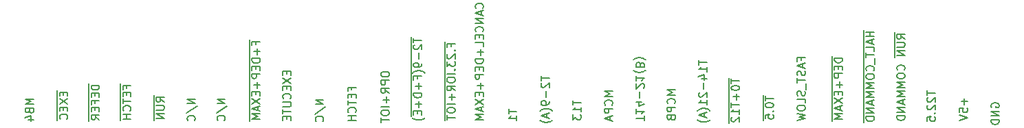
<source format=gbr>
G04 #@! TF.GenerationSoftware,KiCad,Pcbnew,(6.0.4-0)*
G04 #@! TF.CreationDate,2024-04-14T15:43:55+10:00*
G04 #@! TF.ProjectId,educ 8 timing ,65647563-2038-4207-9469-6d696e67202e,rev?*
G04 #@! TF.SameCoordinates,Original*
G04 #@! TF.FileFunction,Legend,Bot*
G04 #@! TF.FilePolarity,Positive*
%FSLAX46Y46*%
G04 Gerber Fmt 4.6, Leading zero omitted, Abs format (unit mm)*
G04 Created by KiCad (PCBNEW (6.0.4-0)) date 2024-04-14 15:43:55*
%MOMM*%
%LPD*%
G01*
G04 APERTURE LIST*
%ADD10C,0.150000*%
G04 APERTURE END LIST*
D10*
X207470000Y-166928571D02*
X207470000Y-167690476D01*
X207752380Y-167023809D02*
X207752380Y-167595238D01*
X208752380Y-167309523D02*
X207752380Y-167309523D01*
X207470000Y-167690476D02*
X207470000Y-168642857D01*
X207752380Y-168119047D02*
X207752380Y-168214285D01*
X207800000Y-168309523D01*
X207847619Y-168357142D01*
X207942857Y-168404761D01*
X208133333Y-168452380D01*
X208371428Y-168452380D01*
X208561904Y-168404761D01*
X208657142Y-168357142D01*
X208704761Y-168309523D01*
X208752380Y-168214285D01*
X208752380Y-168119047D01*
X208704761Y-168023809D01*
X208657142Y-167976190D01*
X208561904Y-167928571D01*
X208371428Y-167880952D01*
X208133333Y-167880952D01*
X207942857Y-167928571D01*
X207847619Y-167976190D01*
X207800000Y-168023809D01*
X207752380Y-168119047D01*
X207470000Y-168642857D02*
X207470000Y-169119047D01*
X208657142Y-168880952D02*
X208704761Y-168928571D01*
X208752380Y-168880952D01*
X208704761Y-168833333D01*
X208657142Y-168880952D01*
X208752380Y-168880952D01*
X207470000Y-169119047D02*
X207470000Y-170071428D01*
X207752380Y-169833333D02*
X207752380Y-169357142D01*
X208228571Y-169309523D01*
X208180952Y-169357142D01*
X208133333Y-169452380D01*
X208133333Y-169690476D01*
X208180952Y-169785714D01*
X208228571Y-169833333D01*
X208323809Y-169880952D01*
X208561904Y-169880952D01*
X208657142Y-169833333D01*
X208704761Y-169785714D01*
X208752380Y-169690476D01*
X208752380Y-169452380D01*
X208704761Y-169357142D01*
X208657142Y-169309523D01*
X124470000Y-165466666D02*
X124470000Y-166466666D01*
X125752380Y-165704761D02*
X124752380Y-165704761D01*
X124752380Y-165942857D01*
X124800000Y-166085714D01*
X124895238Y-166180952D01*
X124990476Y-166228571D01*
X125180952Y-166276190D01*
X125323809Y-166276190D01*
X125514285Y-166228571D01*
X125609523Y-166180952D01*
X125704761Y-166085714D01*
X125752380Y-165942857D01*
X125752380Y-165704761D01*
X124470000Y-166466666D02*
X124470000Y-167371428D01*
X125228571Y-166704761D02*
X125228571Y-167038095D01*
X125752380Y-167180952D02*
X125752380Y-166704761D01*
X124752380Y-166704761D01*
X124752380Y-167180952D01*
X124470000Y-167371428D02*
X124470000Y-168228571D01*
X125228571Y-167942857D02*
X125228571Y-167609523D01*
X125752380Y-167609523D02*
X124752380Y-167609523D01*
X124752380Y-168085714D01*
X124470000Y-168228571D02*
X124470000Y-169133333D01*
X125228571Y-168466666D02*
X125228571Y-168800000D01*
X125752380Y-168942857D02*
X125752380Y-168466666D01*
X124752380Y-168466666D01*
X124752380Y-168942857D01*
X124470000Y-169133333D02*
X124470000Y-170133333D01*
X125752380Y-169942857D02*
X125276190Y-169609523D01*
X125752380Y-169371428D02*
X124752380Y-169371428D01*
X124752380Y-169752380D01*
X124800000Y-169847619D01*
X124847619Y-169895238D01*
X124942857Y-169942857D01*
X125085714Y-169942857D01*
X125180952Y-169895238D01*
X125228571Y-169847619D01*
X125276190Y-169752380D01*
X125276190Y-169371428D01*
X137552380Y-167390476D02*
X136552380Y-167390476D01*
X137552380Y-167961904D01*
X136552380Y-167961904D01*
X136504761Y-169152380D02*
X137790476Y-168295238D01*
X137457142Y-170057142D02*
X137504761Y-170009523D01*
X137552380Y-169866666D01*
X137552380Y-169771428D01*
X137504761Y-169628571D01*
X137409523Y-169533333D01*
X137314285Y-169485714D01*
X137123809Y-169438095D01*
X136980952Y-169438095D01*
X136790476Y-169485714D01*
X136695238Y-169533333D01*
X136600000Y-169628571D01*
X136552380Y-169771428D01*
X136552380Y-169866666D01*
X136600000Y-170009523D01*
X136647619Y-170057142D01*
X117652380Y-167390476D02*
X116652380Y-167390476D01*
X117366666Y-167723809D01*
X116652380Y-168057142D01*
X117652380Y-168057142D01*
X117128571Y-168866666D02*
X117176190Y-169009523D01*
X117223809Y-169057142D01*
X117319047Y-169104761D01*
X117461904Y-169104761D01*
X117557142Y-169057142D01*
X117604761Y-169009523D01*
X117652380Y-168914285D01*
X117652380Y-168533333D01*
X116652380Y-168533333D01*
X116652380Y-168866666D01*
X116700000Y-168961904D01*
X116747619Y-169009523D01*
X116842857Y-169057142D01*
X116938095Y-169057142D01*
X117033333Y-169009523D01*
X117080952Y-168961904D01*
X117128571Y-168866666D01*
X117128571Y-168533333D01*
X116985714Y-169961904D02*
X117652380Y-169961904D01*
X116604761Y-169723809D02*
X117319047Y-169485714D01*
X117319047Y-170104761D01*
X212128571Y-162600000D02*
X212128571Y-162266666D01*
X212652380Y-162266666D02*
X211652380Y-162266666D01*
X211652380Y-162742857D01*
X212366666Y-163076190D02*
X212366666Y-163552380D01*
X212652380Y-162980952D02*
X211652380Y-163314285D01*
X212652380Y-163647619D01*
X212604761Y-163933333D02*
X212652380Y-164076190D01*
X212652380Y-164314285D01*
X212604761Y-164409523D01*
X212557142Y-164457142D01*
X212461904Y-164504761D01*
X212366666Y-164504761D01*
X212271428Y-164457142D01*
X212223809Y-164409523D01*
X212176190Y-164314285D01*
X212128571Y-164123809D01*
X212080952Y-164028571D01*
X212033333Y-163980952D01*
X211938095Y-163933333D01*
X211842857Y-163933333D01*
X211747619Y-163980952D01*
X211700000Y-164028571D01*
X211652380Y-164123809D01*
X211652380Y-164361904D01*
X211700000Y-164504761D01*
X211652380Y-164790476D02*
X211652380Y-165361904D01*
X212652380Y-165076190D02*
X211652380Y-165076190D01*
X212747619Y-165457142D02*
X212747619Y-166219047D01*
X212604761Y-166409523D02*
X212652380Y-166552380D01*
X212652380Y-166790476D01*
X212604761Y-166885714D01*
X212557142Y-166933333D01*
X212461904Y-166980952D01*
X212366666Y-166980952D01*
X212271428Y-166933333D01*
X212223809Y-166885714D01*
X212176190Y-166790476D01*
X212128571Y-166600000D01*
X212080952Y-166504761D01*
X212033333Y-166457142D01*
X211938095Y-166409523D01*
X211842857Y-166409523D01*
X211747619Y-166457142D01*
X211700000Y-166504761D01*
X211652380Y-166600000D01*
X211652380Y-166838095D01*
X211700000Y-166980952D01*
X212652380Y-167885714D02*
X212652380Y-167409523D01*
X211652380Y-167409523D01*
X211652380Y-168409523D02*
X211652380Y-168600000D01*
X211700000Y-168695238D01*
X211795238Y-168790476D01*
X211985714Y-168838095D01*
X212319047Y-168838095D01*
X212509523Y-168790476D01*
X212604761Y-168695238D01*
X212652380Y-168600000D01*
X212652380Y-168409523D01*
X212604761Y-168314285D01*
X212509523Y-168219047D01*
X212319047Y-168171428D01*
X211985714Y-168171428D01*
X211795238Y-168219047D01*
X211700000Y-168314285D01*
X211652380Y-168409523D01*
X211652380Y-169171428D02*
X212652380Y-169409523D01*
X211938095Y-169600000D01*
X212652380Y-169790476D01*
X211652380Y-170028571D01*
X235600000Y-168438095D02*
X235552380Y-168342857D01*
X235552380Y-168200000D01*
X235600000Y-168057142D01*
X235695238Y-167961904D01*
X235790476Y-167914285D01*
X235980952Y-167866666D01*
X236123809Y-167866666D01*
X236314285Y-167914285D01*
X236409523Y-167961904D01*
X236504761Y-168057142D01*
X236552380Y-168200000D01*
X236552380Y-168295238D01*
X236504761Y-168438095D01*
X236457142Y-168485714D01*
X236123809Y-168485714D01*
X236123809Y-168295238D01*
X236552380Y-168914285D02*
X235552380Y-168914285D01*
X236552380Y-169485714D01*
X235552380Y-169485714D01*
X236552380Y-169961904D02*
X235552380Y-169961904D01*
X235552380Y-170200000D01*
X235600000Y-170342857D01*
X235695238Y-170438095D01*
X235790476Y-170485714D01*
X235980952Y-170533333D01*
X236123809Y-170533333D01*
X236314285Y-170485714D01*
X236409523Y-170438095D01*
X236504761Y-170342857D01*
X236552380Y-170200000D01*
X236552380Y-169961904D01*
X144270000Y-160052380D02*
X144270000Y-160909523D01*
X145028571Y-160623809D02*
X145028571Y-160290476D01*
X145552380Y-160290476D02*
X144552380Y-160290476D01*
X144552380Y-160766666D01*
X144270000Y-160909523D02*
X144270000Y-162147619D01*
X145171428Y-161147619D02*
X145171428Y-161909523D01*
X145552380Y-161528571D02*
X144790476Y-161528571D01*
X144270000Y-162147619D02*
X144270000Y-163147619D01*
X145552380Y-162385714D02*
X144552380Y-162385714D01*
X144552380Y-162623809D01*
X144600000Y-162766666D01*
X144695238Y-162861904D01*
X144790476Y-162909523D01*
X144980952Y-162957142D01*
X145123809Y-162957142D01*
X145314285Y-162909523D01*
X145409523Y-162861904D01*
X145504761Y-162766666D01*
X145552380Y-162623809D01*
X145552380Y-162385714D01*
X144270000Y-163147619D02*
X144270000Y-164052380D01*
X145028571Y-163385714D02*
X145028571Y-163719047D01*
X145552380Y-163861904D02*
X145552380Y-163385714D01*
X144552380Y-163385714D01*
X144552380Y-163861904D01*
X144270000Y-164052380D02*
X144270000Y-165052380D01*
X145552380Y-164290476D02*
X144552380Y-164290476D01*
X144552380Y-164671428D01*
X144600000Y-164766666D01*
X144647619Y-164814285D01*
X144742857Y-164861904D01*
X144885714Y-164861904D01*
X144980952Y-164814285D01*
X145028571Y-164766666D01*
X145076190Y-164671428D01*
X145076190Y-164290476D01*
X144270000Y-165052380D02*
X144270000Y-166290476D01*
X145171428Y-165290476D02*
X145171428Y-166052380D01*
X145552380Y-165671428D02*
X144790476Y-165671428D01*
X144270000Y-166290476D02*
X144270000Y-167195238D01*
X145028571Y-166528571D02*
X145028571Y-166861904D01*
X145552380Y-167004761D02*
X145552380Y-166528571D01*
X144552380Y-166528571D01*
X144552380Y-167004761D01*
X144270000Y-167195238D02*
X144270000Y-168147619D01*
X144552380Y-167338095D02*
X145552380Y-168004761D01*
X144552380Y-168004761D02*
X145552380Y-167338095D01*
X144270000Y-168147619D02*
X144270000Y-169004761D01*
X145266666Y-168338095D02*
X145266666Y-168814285D01*
X145552380Y-168242857D02*
X144552380Y-168576190D01*
X145552380Y-168909523D01*
X144270000Y-169004761D02*
X144270000Y-170147619D01*
X145552380Y-169242857D02*
X144552380Y-169242857D01*
X145266666Y-169576190D01*
X144552380Y-169909523D01*
X145552380Y-169909523D01*
X180152380Y-164547619D02*
X180152380Y-165119047D01*
X181152380Y-164833333D02*
X180152380Y-164833333D01*
X180247619Y-165404761D02*
X180200000Y-165452380D01*
X180152380Y-165547619D01*
X180152380Y-165785714D01*
X180200000Y-165880952D01*
X180247619Y-165928571D01*
X180342857Y-165976190D01*
X180438095Y-165976190D01*
X180580952Y-165928571D01*
X181152380Y-165357142D01*
X181152380Y-165976190D01*
X180771428Y-166404761D02*
X180771428Y-167166666D01*
X181152380Y-167690476D02*
X181152380Y-167880952D01*
X181104761Y-167976190D01*
X181057142Y-168023809D01*
X180914285Y-168119047D01*
X180723809Y-168166666D01*
X180342857Y-168166666D01*
X180247619Y-168119047D01*
X180200000Y-168071428D01*
X180152380Y-167976190D01*
X180152380Y-167785714D01*
X180200000Y-167690476D01*
X180247619Y-167642857D01*
X180342857Y-167595238D01*
X180580952Y-167595238D01*
X180676190Y-167642857D01*
X180723809Y-167690476D01*
X180771428Y-167785714D01*
X180771428Y-167976190D01*
X180723809Y-168071428D01*
X180676190Y-168119047D01*
X180580952Y-168166666D01*
X181533333Y-168880952D02*
X181485714Y-168833333D01*
X181342857Y-168738095D01*
X181247619Y-168690476D01*
X181104761Y-168642857D01*
X180866666Y-168595238D01*
X180676190Y-168595238D01*
X180438095Y-168642857D01*
X180295238Y-168690476D01*
X180200000Y-168738095D01*
X180057142Y-168833333D01*
X180009523Y-168880952D01*
X180866666Y-169214285D02*
X180866666Y-169690476D01*
X181152380Y-169119047D02*
X180152380Y-169452380D01*
X181152380Y-169785714D01*
X181533333Y-170023809D02*
X181485714Y-170071428D01*
X181342857Y-170166666D01*
X181247619Y-170214285D01*
X181104761Y-170261904D01*
X180866666Y-170309523D01*
X180676190Y-170309523D01*
X180438095Y-170261904D01*
X180295238Y-170214285D01*
X180200000Y-170166666D01*
X180057142Y-170071428D01*
X180009523Y-170023809D01*
X219870000Y-158861904D02*
X219870000Y-159909523D01*
X221152380Y-159100000D02*
X220152380Y-159100000D01*
X220628571Y-159100000D02*
X220628571Y-159671428D01*
X221152380Y-159671428D02*
X220152380Y-159671428D01*
X219870000Y-159909523D02*
X219870000Y-160766666D01*
X220866666Y-160100000D02*
X220866666Y-160576190D01*
X221152380Y-160004761D02*
X220152380Y-160338095D01*
X221152380Y-160671428D01*
X219870000Y-160766666D02*
X219870000Y-161576190D01*
X221152380Y-161480952D02*
X221152380Y-161004761D01*
X220152380Y-161004761D01*
X219870000Y-161576190D02*
X219870000Y-162338095D01*
X220152380Y-161671428D02*
X220152380Y-162242857D01*
X221152380Y-161957142D02*
X220152380Y-161957142D01*
X219870000Y-162338095D02*
X219870000Y-163100000D01*
X221247619Y-162338095D02*
X221247619Y-163100000D01*
X219870000Y-163100000D02*
X219870000Y-164100000D01*
X221057142Y-163909523D02*
X221104761Y-163861904D01*
X221152380Y-163719047D01*
X221152380Y-163623809D01*
X221104761Y-163480952D01*
X221009523Y-163385714D01*
X220914285Y-163338095D01*
X220723809Y-163290476D01*
X220580952Y-163290476D01*
X220390476Y-163338095D01*
X220295238Y-163385714D01*
X220200000Y-163480952D01*
X220152380Y-163623809D01*
X220152380Y-163719047D01*
X220200000Y-163861904D01*
X220247619Y-163909523D01*
X219870000Y-164100000D02*
X219870000Y-165147619D01*
X220152380Y-164528571D02*
X220152380Y-164719047D01*
X220200000Y-164814285D01*
X220295238Y-164909523D01*
X220485714Y-164957142D01*
X220819047Y-164957142D01*
X221009523Y-164909523D01*
X221104761Y-164814285D01*
X221152380Y-164719047D01*
X221152380Y-164528571D01*
X221104761Y-164433333D01*
X221009523Y-164338095D01*
X220819047Y-164290476D01*
X220485714Y-164290476D01*
X220295238Y-164338095D01*
X220200000Y-164433333D01*
X220152380Y-164528571D01*
X219870000Y-165147619D02*
X219870000Y-166290476D01*
X221152380Y-165385714D02*
X220152380Y-165385714D01*
X220866666Y-165719047D01*
X220152380Y-166052380D01*
X221152380Y-166052380D01*
X219870000Y-166290476D02*
X219870000Y-167433333D01*
X221152380Y-166528571D02*
X220152380Y-166528571D01*
X220866666Y-166861904D01*
X220152380Y-167195238D01*
X221152380Y-167195238D01*
X219870000Y-167433333D02*
X219870000Y-168290476D01*
X220866666Y-167623809D02*
X220866666Y-168099999D01*
X221152380Y-167528571D02*
X220152380Y-167861904D01*
X221152380Y-168195238D01*
X219870000Y-168290476D02*
X219870000Y-169338095D01*
X221152380Y-168528571D02*
X220152380Y-168528571D01*
X221152380Y-169099999D01*
X220152380Y-169099999D01*
X219870000Y-169338095D02*
X219870000Y-170338095D01*
X221152380Y-169576190D02*
X220152380Y-169576190D01*
X220152380Y-169814285D01*
X220200000Y-169957142D01*
X220295238Y-170052380D01*
X220390476Y-170099999D01*
X220580952Y-170147619D01*
X220723809Y-170147619D01*
X220914285Y-170099999D01*
X221009523Y-170052380D01*
X221104761Y-169957142D01*
X221152380Y-169814285D01*
X221152380Y-169576190D01*
X120570000Y-166319047D02*
X120570000Y-167223809D01*
X121328571Y-166557142D02*
X121328571Y-166890476D01*
X121852380Y-167033333D02*
X121852380Y-166557142D01*
X120852380Y-166557142D01*
X120852380Y-167033333D01*
X120570000Y-167223809D02*
X120570000Y-168176190D01*
X120852380Y-167366666D02*
X121852380Y-168033333D01*
X120852380Y-168033333D02*
X121852380Y-167366666D01*
X120570000Y-168176190D02*
X120570000Y-169080952D01*
X121328571Y-168414285D02*
X121328571Y-168747619D01*
X121852380Y-168890476D02*
X121852380Y-168414285D01*
X120852380Y-168414285D01*
X120852380Y-168890476D01*
X120570000Y-169080952D02*
X120570000Y-170080952D01*
X121757142Y-169890476D02*
X121804761Y-169842857D01*
X121852380Y-169700000D01*
X121852380Y-169604761D01*
X121804761Y-169461904D01*
X121709523Y-169366666D01*
X121614285Y-169319047D01*
X121423809Y-169271428D01*
X121280952Y-169271428D01*
X121090476Y-169319047D01*
X120995238Y-169366666D01*
X120900000Y-169461904D01*
X120852380Y-169604761D01*
X120852380Y-169700000D01*
X120900000Y-169842857D01*
X120947619Y-169890476D01*
X199552380Y-162595238D02*
X199552380Y-163166666D01*
X200552380Y-162880952D02*
X199552380Y-162880952D01*
X200552380Y-164023809D02*
X200552380Y-163452380D01*
X200552380Y-163738095D02*
X199552380Y-163738095D01*
X199695238Y-163642857D01*
X199790476Y-163547619D01*
X199838095Y-163452380D01*
X199885714Y-164880952D02*
X200552380Y-164880952D01*
X199504761Y-164642857D02*
X200219047Y-164404761D01*
X200219047Y-165023809D01*
X200171428Y-165404761D02*
X200171428Y-166166666D01*
X199647619Y-166595238D02*
X199600000Y-166642857D01*
X199552380Y-166738095D01*
X199552380Y-166976190D01*
X199600000Y-167071428D01*
X199647619Y-167119047D01*
X199742857Y-167166666D01*
X199838095Y-167166666D01*
X199980952Y-167119047D01*
X200552380Y-166547619D01*
X200552380Y-167166666D01*
X200552380Y-168119047D02*
X200552380Y-167547619D01*
X200552380Y-167833333D02*
X199552380Y-167833333D01*
X199695238Y-167738095D01*
X199790476Y-167642857D01*
X199838095Y-167547619D01*
X200933333Y-168833333D02*
X200885714Y-168785714D01*
X200742857Y-168690476D01*
X200647619Y-168642857D01*
X200504761Y-168595238D01*
X200266666Y-168547619D01*
X200076190Y-168547619D01*
X199838095Y-168595238D01*
X199695238Y-168642857D01*
X199600000Y-168690476D01*
X199457142Y-168785714D01*
X199409523Y-168833333D01*
X200266666Y-169166666D02*
X200266666Y-169642857D01*
X200552380Y-169071428D02*
X199552380Y-169404761D01*
X200552380Y-169738095D01*
X200933333Y-169976190D02*
X200885714Y-170023809D01*
X200742857Y-170119047D01*
X200647619Y-170166666D01*
X200504761Y-170214285D01*
X200266666Y-170261904D01*
X200076190Y-170261904D01*
X199838095Y-170214285D01*
X199695238Y-170166666D01*
X199600000Y-170119047D01*
X199457142Y-170023809D01*
X199409523Y-169976190D01*
X227652380Y-166347619D02*
X227652380Y-166919047D01*
X228652380Y-166633333D02*
X227652380Y-166633333D01*
X227747619Y-167204761D02*
X227700000Y-167252380D01*
X227652380Y-167347619D01*
X227652380Y-167585714D01*
X227700000Y-167680952D01*
X227747619Y-167728571D01*
X227842857Y-167776190D01*
X227938095Y-167776190D01*
X228080952Y-167728571D01*
X228652380Y-167157142D01*
X228652380Y-167776190D01*
X227747619Y-168157142D02*
X227700000Y-168204761D01*
X227652380Y-168300000D01*
X227652380Y-168538095D01*
X227700000Y-168633333D01*
X227747619Y-168680952D01*
X227842857Y-168728571D01*
X227938095Y-168728571D01*
X228080952Y-168680952D01*
X228652380Y-168109523D01*
X228652380Y-168728571D01*
X228557142Y-169157142D02*
X228604761Y-169204761D01*
X228652380Y-169157142D01*
X228604761Y-169109523D01*
X228557142Y-169157142D01*
X228652380Y-169157142D01*
X227652380Y-170109523D02*
X227652380Y-169633333D01*
X228128571Y-169585714D01*
X228080952Y-169633333D01*
X228033333Y-169728571D01*
X228033333Y-169966666D01*
X228080952Y-170061904D01*
X228128571Y-170109523D01*
X228223809Y-170157142D01*
X228461904Y-170157142D01*
X228557142Y-170109523D01*
X228604761Y-170061904D01*
X228652380Y-169966666D01*
X228652380Y-169728571D01*
X228604761Y-169633333D01*
X228557142Y-169585714D01*
X156828571Y-166285714D02*
X156828571Y-165952380D01*
X157352380Y-165952380D02*
X156352380Y-165952380D01*
X156352380Y-166428571D01*
X156828571Y-166809523D02*
X156828571Y-167142857D01*
X157352380Y-167285714D02*
X157352380Y-166809523D01*
X156352380Y-166809523D01*
X156352380Y-167285714D01*
X156352380Y-167571428D02*
X156352380Y-168142857D01*
X157352380Y-167857142D02*
X156352380Y-167857142D01*
X157257142Y-169047619D02*
X157304761Y-169000000D01*
X157352380Y-168857142D01*
X157352380Y-168761904D01*
X157304761Y-168619047D01*
X157209523Y-168523809D01*
X157114285Y-168476190D01*
X156923809Y-168428571D01*
X156780952Y-168428571D01*
X156590476Y-168476190D01*
X156495238Y-168523809D01*
X156400000Y-168619047D01*
X156352380Y-168761904D01*
X156352380Y-168857142D01*
X156400000Y-169000000D01*
X156447619Y-169047619D01*
X157352380Y-169476190D02*
X156352380Y-169476190D01*
X156828571Y-169476190D02*
X156828571Y-170047619D01*
X157352380Y-170047619D02*
X156352380Y-170047619D01*
X160452380Y-164242857D02*
X160452380Y-164433333D01*
X160500000Y-164528571D01*
X160595238Y-164623809D01*
X160785714Y-164671428D01*
X161119047Y-164671428D01*
X161309523Y-164623809D01*
X161404761Y-164528571D01*
X161452380Y-164433333D01*
X161452380Y-164242857D01*
X161404761Y-164147619D01*
X161309523Y-164052380D01*
X161119047Y-164004761D01*
X160785714Y-164004761D01*
X160595238Y-164052380D01*
X160500000Y-164147619D01*
X160452380Y-164242857D01*
X161452380Y-165100000D02*
X160452380Y-165100000D01*
X160452380Y-165480952D01*
X160500000Y-165576190D01*
X160547619Y-165623809D01*
X160642857Y-165671428D01*
X160785714Y-165671428D01*
X160880952Y-165623809D01*
X160928571Y-165576190D01*
X160976190Y-165480952D01*
X160976190Y-165100000D01*
X161452380Y-166671428D02*
X160976190Y-166338095D01*
X161452380Y-166100000D02*
X160452380Y-166100000D01*
X160452380Y-166480952D01*
X160500000Y-166576190D01*
X160547619Y-166623809D01*
X160642857Y-166671428D01*
X160785714Y-166671428D01*
X160880952Y-166623809D01*
X160928571Y-166576190D01*
X160976190Y-166480952D01*
X160976190Y-166100000D01*
X161071428Y-167100000D02*
X161071428Y-167861904D01*
X161452380Y-167480952D02*
X160690476Y-167480952D01*
X161452380Y-168338095D02*
X160452380Y-168338095D01*
X160452380Y-169004761D02*
X160452380Y-169195238D01*
X160500000Y-169290476D01*
X160595238Y-169385714D01*
X160785714Y-169433333D01*
X161119047Y-169433333D01*
X161309523Y-169385714D01*
X161404761Y-169290476D01*
X161452380Y-169195238D01*
X161452380Y-169004761D01*
X161404761Y-168909523D01*
X161309523Y-168814285D01*
X161119047Y-168766666D01*
X160785714Y-168766666D01*
X160595238Y-168814285D01*
X160500000Y-168909523D01*
X160452380Y-169004761D01*
X160452380Y-169719047D02*
X160452380Y-170290476D01*
X161452380Y-170004761D02*
X160452380Y-170004761D01*
X168270000Y-160319047D02*
X168270000Y-161176190D01*
X169028571Y-160890476D02*
X169028571Y-160557142D01*
X169552380Y-160557142D02*
X168552380Y-160557142D01*
X168552380Y-161033333D01*
X168270000Y-161176190D02*
X168270000Y-161652380D01*
X169457142Y-161414285D02*
X169504761Y-161461904D01*
X169552380Y-161414285D01*
X169504761Y-161366666D01*
X169457142Y-161414285D01*
X169552380Y-161414285D01*
X168270000Y-161652380D02*
X168270000Y-162604761D01*
X168647619Y-161842857D02*
X168600000Y-161890476D01*
X168552380Y-161985714D01*
X168552380Y-162223809D01*
X168600000Y-162319047D01*
X168647619Y-162366666D01*
X168742857Y-162414285D01*
X168838095Y-162414285D01*
X168980952Y-162366666D01*
X169552380Y-161795238D01*
X169552380Y-162414285D01*
X168270000Y-162604761D02*
X168270000Y-163557142D01*
X168552380Y-162747619D02*
X168552380Y-163366666D01*
X168933333Y-163033333D01*
X168933333Y-163176190D01*
X168980952Y-163271428D01*
X169028571Y-163319047D01*
X169123809Y-163366666D01*
X169361904Y-163366666D01*
X169457142Y-163319047D01*
X169504761Y-163271428D01*
X169552380Y-163176190D01*
X169552380Y-162890476D01*
X169504761Y-162795238D01*
X169457142Y-162747619D01*
X168270000Y-163557142D02*
X168270000Y-164033333D01*
X169457142Y-163795238D02*
X169504761Y-163842857D01*
X169552380Y-163795238D01*
X169504761Y-163747619D01*
X169457142Y-163795238D01*
X169552380Y-163795238D01*
X168270000Y-164033333D02*
X168270000Y-164509523D01*
X169552380Y-164271428D02*
X168552380Y-164271428D01*
X168270000Y-164509523D02*
X168270000Y-165557142D01*
X168552380Y-164938095D02*
X168552380Y-165128571D01*
X168600000Y-165223809D01*
X168695238Y-165319047D01*
X168885714Y-165366666D01*
X169219047Y-165366666D01*
X169409523Y-165319047D01*
X169504761Y-165223809D01*
X169552380Y-165128571D01*
X169552380Y-164938095D01*
X169504761Y-164842857D01*
X169409523Y-164747619D01*
X169219047Y-164700000D01*
X168885714Y-164700000D01*
X168695238Y-164747619D01*
X168600000Y-164842857D01*
X168552380Y-164938095D01*
X168270000Y-165557142D02*
X168270000Y-166557142D01*
X169552380Y-166366666D02*
X169076190Y-166033333D01*
X169552380Y-165795238D02*
X168552380Y-165795238D01*
X168552380Y-166176190D01*
X168600000Y-166271428D01*
X168647619Y-166319047D01*
X168742857Y-166366666D01*
X168885714Y-166366666D01*
X168980952Y-166319047D01*
X169028571Y-166271428D01*
X169076190Y-166176190D01*
X169076190Y-165795238D01*
X168270000Y-166557142D02*
X168270000Y-167795238D01*
X169171428Y-166795238D02*
X169171428Y-167557142D01*
X169552380Y-167176190D02*
X168790476Y-167176190D01*
X168270000Y-167795238D02*
X168270000Y-168271428D01*
X169552380Y-168033333D02*
X168552380Y-168033333D01*
X168270000Y-168271428D02*
X168270000Y-169319047D01*
X168552380Y-168700000D02*
X168552380Y-168890476D01*
X168600000Y-168985714D01*
X168695238Y-169080952D01*
X168885714Y-169128571D01*
X169219047Y-169128571D01*
X169409523Y-169080952D01*
X169504761Y-168985714D01*
X169552380Y-168890476D01*
X169552380Y-168700000D01*
X169504761Y-168604761D01*
X169409523Y-168509523D01*
X169219047Y-168461904D01*
X168885714Y-168461904D01*
X168695238Y-168509523D01*
X168600000Y-168604761D01*
X168552380Y-168700000D01*
X168270000Y-169319047D02*
X168270000Y-170080952D01*
X168552380Y-169414285D02*
X168552380Y-169985714D01*
X169552380Y-169700000D02*
X168552380Y-169700000D01*
X176152380Y-168638095D02*
X176152380Y-169209523D01*
X177152380Y-168923809D02*
X176152380Y-168923809D01*
X177152380Y-170066666D02*
X177152380Y-169495238D01*
X177152380Y-169780952D02*
X176152380Y-169780952D01*
X176295238Y-169685714D01*
X176390476Y-169590476D01*
X176438095Y-169495238D01*
X128370000Y-165514285D02*
X128370000Y-166371428D01*
X129128571Y-166085714D02*
X129128571Y-165752380D01*
X129652380Y-165752380D02*
X128652380Y-165752380D01*
X128652380Y-166228571D01*
X128370000Y-166371428D02*
X128370000Y-167276190D01*
X129128571Y-166609523D02*
X129128571Y-166942857D01*
X129652380Y-167085714D02*
X129652380Y-166609523D01*
X128652380Y-166609523D01*
X128652380Y-167085714D01*
X128370000Y-167276190D02*
X128370000Y-168038095D01*
X128652380Y-167371428D02*
X128652380Y-167942857D01*
X129652380Y-167657142D02*
X128652380Y-167657142D01*
X128370000Y-168038095D02*
X128370000Y-169038095D01*
X129557142Y-168847619D02*
X129604761Y-168800000D01*
X129652380Y-168657142D01*
X129652380Y-168561904D01*
X129604761Y-168419047D01*
X129509523Y-168323809D01*
X129414285Y-168276190D01*
X129223809Y-168228571D01*
X129080952Y-168228571D01*
X128890476Y-168276190D01*
X128795238Y-168323809D01*
X128700000Y-168419047D01*
X128652380Y-168561904D01*
X128652380Y-168657142D01*
X128700000Y-168800000D01*
X128747619Y-168847619D01*
X128370000Y-169038095D02*
X128370000Y-170085714D01*
X129652380Y-169276190D02*
X128652380Y-169276190D01*
X129128571Y-169276190D02*
X129128571Y-169847619D01*
X129652380Y-169847619D02*
X128652380Y-169847619D01*
X223670000Y-159152380D02*
X223670000Y-160152380D01*
X224952380Y-159961904D02*
X224476190Y-159628571D01*
X224952380Y-159390476D02*
X223952380Y-159390476D01*
X223952380Y-159771428D01*
X224000000Y-159866666D01*
X224047619Y-159914285D01*
X224142857Y-159961904D01*
X224285714Y-159961904D01*
X224380952Y-159914285D01*
X224428571Y-159866666D01*
X224476190Y-159771428D01*
X224476190Y-159390476D01*
X223670000Y-160152380D02*
X223670000Y-161200000D01*
X223952380Y-160390476D02*
X224761904Y-160390476D01*
X224857142Y-160438095D01*
X224904761Y-160485714D01*
X224952380Y-160580952D01*
X224952380Y-160771428D01*
X224904761Y-160866666D01*
X224857142Y-160914285D01*
X224761904Y-160961904D01*
X223952380Y-160961904D01*
X223670000Y-161200000D02*
X223670000Y-162247619D01*
X224952380Y-161438095D02*
X223952380Y-161438095D01*
X224952380Y-162009523D01*
X223952380Y-162009523D01*
X224857142Y-163819047D02*
X224904761Y-163771428D01*
X224952380Y-163628571D01*
X224952380Y-163533333D01*
X224904761Y-163390476D01*
X224809523Y-163295238D01*
X224714285Y-163247619D01*
X224523809Y-163200000D01*
X224380952Y-163200000D01*
X224190476Y-163247619D01*
X224095238Y-163295238D01*
X224000000Y-163390476D01*
X223952380Y-163533333D01*
X223952380Y-163628571D01*
X224000000Y-163771428D01*
X224047619Y-163819047D01*
X223952380Y-164438095D02*
X223952380Y-164628571D01*
X224000000Y-164723809D01*
X224095238Y-164819047D01*
X224285714Y-164866666D01*
X224619047Y-164866666D01*
X224809523Y-164819047D01*
X224904761Y-164723809D01*
X224952380Y-164628571D01*
X224952380Y-164438095D01*
X224904761Y-164342857D01*
X224809523Y-164247619D01*
X224619047Y-164200000D01*
X224285714Y-164200000D01*
X224095238Y-164247619D01*
X224000000Y-164342857D01*
X223952380Y-164438095D01*
X224952380Y-165295238D02*
X223952380Y-165295238D01*
X224666666Y-165628571D01*
X223952380Y-165961904D01*
X224952380Y-165961904D01*
X224952380Y-166438095D02*
X223952380Y-166438095D01*
X224666666Y-166771428D01*
X223952380Y-167104761D01*
X224952380Y-167104761D01*
X224666666Y-167533333D02*
X224666666Y-168009523D01*
X224952380Y-167438095D02*
X223952380Y-167771428D01*
X224952380Y-168104761D01*
X224952380Y-168438095D02*
X223952380Y-168438095D01*
X224952380Y-169009523D01*
X223952380Y-169009523D01*
X224952380Y-169485714D02*
X223952380Y-169485714D01*
X223952380Y-169723809D01*
X224000000Y-169866666D01*
X224095238Y-169961904D01*
X224190476Y-170009523D01*
X224380952Y-170057142D01*
X224523809Y-170057142D01*
X224714285Y-170009523D01*
X224809523Y-169961904D01*
X224904761Y-169866666D01*
X224952380Y-169723809D01*
X224952380Y-169485714D01*
X232271428Y-167314285D02*
X232271428Y-168076190D01*
X232652380Y-167695238D02*
X231890476Y-167695238D01*
X231652380Y-169028571D02*
X231652380Y-168552380D01*
X232128571Y-168504761D01*
X232080952Y-168552380D01*
X232033333Y-168647619D01*
X232033333Y-168885714D01*
X232080952Y-168980952D01*
X232128571Y-169028571D01*
X232223809Y-169076190D01*
X232461904Y-169076190D01*
X232557142Y-169028571D01*
X232604761Y-168980952D01*
X232652380Y-168885714D01*
X232652380Y-168647619D01*
X232604761Y-168552380D01*
X232557142Y-168504761D01*
X231652380Y-169361904D02*
X232652380Y-169695238D01*
X231652380Y-170028571D01*
X153352380Y-167490476D02*
X152352380Y-167490476D01*
X153352380Y-168061904D01*
X152352380Y-168061904D01*
X152304761Y-169252380D02*
X153590476Y-168395238D01*
X153257142Y-170157142D02*
X153304761Y-170109523D01*
X153352380Y-169966666D01*
X153352380Y-169871428D01*
X153304761Y-169728571D01*
X153209523Y-169633333D01*
X153114285Y-169585714D01*
X152923809Y-169538095D01*
X152780952Y-169538095D01*
X152590476Y-169585714D01*
X152495238Y-169633333D01*
X152400000Y-169728571D01*
X152352380Y-169871428D01*
X152352380Y-169966666D01*
X152400000Y-170109523D01*
X152447619Y-170157142D01*
X184052380Y-167561904D02*
X184052380Y-168133333D01*
X185052380Y-167847619D02*
X184052380Y-167847619D01*
X185052380Y-168990476D02*
X185052380Y-168419047D01*
X185052380Y-168704761D02*
X184052380Y-168704761D01*
X184195238Y-168609523D01*
X184290476Y-168514285D01*
X184338095Y-168419047D01*
X184052380Y-169323809D02*
X184052380Y-169942857D01*
X184433333Y-169609523D01*
X184433333Y-169752380D01*
X184480952Y-169847619D01*
X184528571Y-169895238D01*
X184623809Y-169942857D01*
X184861904Y-169942857D01*
X184957142Y-169895238D01*
X185004761Y-169847619D01*
X185052380Y-169752380D01*
X185052380Y-169466666D01*
X185004761Y-169371428D01*
X184957142Y-169323809D01*
X203270000Y-164790476D02*
X203270000Y-165552380D01*
X203552380Y-164885714D02*
X203552380Y-165457142D01*
X204552380Y-165171428D02*
X203552380Y-165171428D01*
X203270000Y-165552380D02*
X203270000Y-166504761D01*
X203552380Y-165980952D02*
X203552380Y-166076190D01*
X203600000Y-166171428D01*
X203647619Y-166219047D01*
X203742857Y-166266666D01*
X203933333Y-166314285D01*
X204171428Y-166314285D01*
X204361904Y-166266666D01*
X204457142Y-166219047D01*
X204504761Y-166171428D01*
X204552380Y-166076190D01*
X204552380Y-165980952D01*
X204504761Y-165885714D01*
X204457142Y-165838095D01*
X204361904Y-165790476D01*
X204171428Y-165742857D01*
X203933333Y-165742857D01*
X203742857Y-165790476D01*
X203647619Y-165838095D01*
X203600000Y-165885714D01*
X203552380Y-165980952D01*
X203270000Y-166504761D02*
X203270000Y-167742857D01*
X204171428Y-166742857D02*
X204171428Y-167504761D01*
X204552380Y-167123809D02*
X203790476Y-167123809D01*
X203270000Y-167742857D02*
X203270000Y-168504761D01*
X203552380Y-167838095D02*
X203552380Y-168409523D01*
X204552380Y-168123809D02*
X203552380Y-168123809D01*
X203270000Y-168504761D02*
X203270000Y-169457142D01*
X204552380Y-169266666D02*
X204552380Y-168695238D01*
X204552380Y-168980952D02*
X203552380Y-168980952D01*
X203695238Y-168885714D01*
X203790476Y-168790476D01*
X203838095Y-168695238D01*
X203270000Y-169457142D02*
X203270000Y-170409523D01*
X203647619Y-169647619D02*
X203600000Y-169695238D01*
X203552380Y-169790476D01*
X203552380Y-170028571D01*
X203600000Y-170123809D01*
X203647619Y-170171428D01*
X203742857Y-170219047D01*
X203838095Y-170219047D01*
X203980952Y-170171428D01*
X204552380Y-169600000D01*
X204552380Y-170219047D01*
X164170000Y-159761904D02*
X164170000Y-160523809D01*
X164452380Y-159857142D02*
X164452380Y-160428571D01*
X165452380Y-160142857D02*
X164452380Y-160142857D01*
X164170000Y-160523809D02*
X164170000Y-161476190D01*
X164547619Y-160714285D02*
X164500000Y-160761904D01*
X164452380Y-160857142D01*
X164452380Y-161095238D01*
X164500000Y-161190476D01*
X164547619Y-161238095D01*
X164642857Y-161285714D01*
X164738095Y-161285714D01*
X164880952Y-161238095D01*
X165452380Y-160666666D01*
X165452380Y-161285714D01*
X164170000Y-161476190D02*
X164170000Y-162714285D01*
X165071428Y-161714285D02*
X165071428Y-162476190D01*
X164170000Y-162714285D02*
X164170000Y-163666666D01*
X165452380Y-162999999D02*
X165452380Y-163190476D01*
X165404761Y-163285714D01*
X165357142Y-163333333D01*
X165214285Y-163428571D01*
X165023809Y-163476190D01*
X164642857Y-163476190D01*
X164547619Y-163428571D01*
X164500000Y-163380952D01*
X164452380Y-163285714D01*
X164452380Y-163095238D01*
X164500000Y-162999999D01*
X164547619Y-162952380D01*
X164642857Y-162904761D01*
X164880952Y-162904761D01*
X164976190Y-162952380D01*
X165023809Y-162999999D01*
X165071428Y-163095238D01*
X165071428Y-163285714D01*
X165023809Y-163380952D01*
X164976190Y-163428571D01*
X164880952Y-163476190D01*
X164170000Y-163666666D02*
X164170000Y-164333333D01*
X165833333Y-164190476D02*
X165785714Y-164142857D01*
X165642857Y-164047619D01*
X165547619Y-163999999D01*
X165404761Y-163952380D01*
X165166666Y-163904761D01*
X164976190Y-163904761D01*
X164738095Y-163952380D01*
X164595238Y-163999999D01*
X164500000Y-164047619D01*
X164357142Y-164142857D01*
X164309523Y-164190476D01*
X164170000Y-164333333D02*
X164170000Y-165190476D01*
X164928571Y-164904761D02*
X164928571Y-164571428D01*
X165452380Y-164571428D02*
X164452380Y-164571428D01*
X164452380Y-165047619D01*
X164170000Y-165190476D02*
X164170000Y-166428571D01*
X165071428Y-165428571D02*
X165071428Y-166190476D01*
X165452380Y-165809523D02*
X164690476Y-165809523D01*
X164170000Y-166428571D02*
X164170000Y-167428571D01*
X165452380Y-166666666D02*
X164452380Y-166666666D01*
X164452380Y-166904761D01*
X164500000Y-167047619D01*
X164595238Y-167142857D01*
X164690476Y-167190476D01*
X164880952Y-167238095D01*
X165023809Y-167238095D01*
X165214285Y-167190476D01*
X165309523Y-167142857D01*
X165404761Y-167047619D01*
X165452380Y-166904761D01*
X165452380Y-166666666D01*
X164170000Y-167428571D02*
X164170000Y-168666666D01*
X165071428Y-167666666D02*
X165071428Y-168428571D01*
X165452380Y-168047619D02*
X164690476Y-168047619D01*
X164170000Y-168666666D02*
X164170000Y-169571428D01*
X164928571Y-168904761D02*
X164928571Y-169238095D01*
X165452380Y-169380952D02*
X165452380Y-168904761D01*
X164452380Y-168904761D01*
X164452380Y-169380952D01*
X165833333Y-169714285D02*
X165785714Y-169761904D01*
X165642857Y-169857142D01*
X165547619Y-169904761D01*
X165404761Y-169952380D01*
X165166666Y-169999999D01*
X164976190Y-169999999D01*
X164738095Y-169952380D01*
X164595238Y-169904761D01*
X164500000Y-169857142D01*
X164357142Y-169761904D01*
X164309523Y-169714285D01*
X188952380Y-166438095D02*
X187952380Y-166438095D01*
X188666666Y-166771428D01*
X187952380Y-167104761D01*
X188952380Y-167104761D01*
X188857142Y-168152380D02*
X188904761Y-168104761D01*
X188952380Y-167961904D01*
X188952380Y-167866666D01*
X188904761Y-167723809D01*
X188809523Y-167628571D01*
X188714285Y-167580952D01*
X188523809Y-167533333D01*
X188380952Y-167533333D01*
X188190476Y-167580952D01*
X188095238Y-167628571D01*
X188000000Y-167723809D01*
X187952380Y-167866666D01*
X187952380Y-167961904D01*
X188000000Y-168104761D01*
X188047619Y-168152380D01*
X188952380Y-168580952D02*
X187952380Y-168580952D01*
X187952380Y-168961904D01*
X188000000Y-169057142D01*
X188047619Y-169104761D01*
X188142857Y-169152380D01*
X188285714Y-169152380D01*
X188380952Y-169104761D01*
X188428571Y-169057142D01*
X188476190Y-168961904D01*
X188476190Y-168580952D01*
X188666666Y-169533333D02*
X188666666Y-170009523D01*
X188952380Y-169438095D02*
X187952380Y-169771428D01*
X188952380Y-170104761D01*
X148828571Y-164000000D02*
X148828571Y-164333333D01*
X149352380Y-164476190D02*
X149352380Y-164000000D01*
X148352380Y-164000000D01*
X148352380Y-164476190D01*
X148352380Y-164809523D02*
X149352380Y-165476190D01*
X148352380Y-165476190D02*
X149352380Y-164809523D01*
X148828571Y-165857142D02*
X148828571Y-166190476D01*
X149352380Y-166333333D02*
X149352380Y-165857142D01*
X148352380Y-165857142D01*
X148352380Y-166333333D01*
X149257142Y-167333333D02*
X149304761Y-167285714D01*
X149352380Y-167142857D01*
X149352380Y-167047619D01*
X149304761Y-166904761D01*
X149209523Y-166809523D01*
X149114285Y-166761904D01*
X148923809Y-166714285D01*
X148780952Y-166714285D01*
X148590476Y-166761904D01*
X148495238Y-166809523D01*
X148400000Y-166904761D01*
X148352380Y-167047619D01*
X148352380Y-167142857D01*
X148400000Y-167285714D01*
X148447619Y-167333333D01*
X148352380Y-167761904D02*
X149161904Y-167761904D01*
X149257142Y-167809523D01*
X149304761Y-167857142D01*
X149352380Y-167952380D01*
X149352380Y-168142857D01*
X149304761Y-168238095D01*
X149257142Y-168285714D01*
X149161904Y-168333333D01*
X148352380Y-168333333D01*
X148352380Y-168666666D02*
X148352380Y-169238095D01*
X149352380Y-168952380D02*
X148352380Y-168952380D01*
X148828571Y-169571428D02*
X148828571Y-169904761D01*
X149352380Y-170047619D02*
X149352380Y-169571428D01*
X148352380Y-169571428D01*
X148352380Y-170047619D01*
X215970000Y-162100000D02*
X215970000Y-163100000D01*
X217252380Y-162338095D02*
X216252380Y-162338095D01*
X216252380Y-162576190D01*
X216300000Y-162719047D01*
X216395238Y-162814285D01*
X216490476Y-162861904D01*
X216680952Y-162909523D01*
X216823809Y-162909523D01*
X217014285Y-162861904D01*
X217109523Y-162814285D01*
X217204761Y-162719047D01*
X217252380Y-162576190D01*
X217252380Y-162338095D01*
X215970000Y-163100000D02*
X215970000Y-164004761D01*
X216728571Y-163338095D02*
X216728571Y-163671428D01*
X217252380Y-163814285D02*
X217252380Y-163338095D01*
X216252380Y-163338095D01*
X216252380Y-163814285D01*
X215970000Y-164004761D02*
X215970000Y-165004761D01*
X217252380Y-164242857D02*
X216252380Y-164242857D01*
X216252380Y-164623809D01*
X216300000Y-164719047D01*
X216347619Y-164766666D01*
X216442857Y-164814285D01*
X216585714Y-164814285D01*
X216680952Y-164766666D01*
X216728571Y-164719047D01*
X216776190Y-164623809D01*
X216776190Y-164242857D01*
X215970000Y-165004761D02*
X215970000Y-166242857D01*
X216871428Y-165242857D02*
X216871428Y-166004761D01*
X217252380Y-165623809D02*
X216490476Y-165623809D01*
X215970000Y-166242857D02*
X215970000Y-167147619D01*
X216728571Y-166480952D02*
X216728571Y-166814285D01*
X217252380Y-166957142D02*
X217252380Y-166480952D01*
X216252380Y-166480952D01*
X216252380Y-166957142D01*
X215970000Y-167147619D02*
X215970000Y-168100000D01*
X216252380Y-167290476D02*
X217252380Y-167957142D01*
X216252380Y-167957142D02*
X217252380Y-167290476D01*
X215970000Y-168100000D02*
X215970000Y-168957142D01*
X216966666Y-168290476D02*
X216966666Y-168766666D01*
X217252380Y-168195238D02*
X216252380Y-168528571D01*
X217252380Y-168861904D01*
X215970000Y-168957142D02*
X215970000Y-170100000D01*
X217252380Y-169195238D02*
X216252380Y-169195238D01*
X216966666Y-169528571D01*
X216252380Y-169861904D01*
X217252380Y-169861904D01*
X196652380Y-166266666D02*
X195652380Y-166266666D01*
X196366666Y-166600000D01*
X195652380Y-166933333D01*
X196652380Y-166933333D01*
X196557142Y-167980952D02*
X196604761Y-167933333D01*
X196652380Y-167790476D01*
X196652380Y-167695238D01*
X196604761Y-167552380D01*
X196509523Y-167457142D01*
X196414285Y-167409523D01*
X196223809Y-167361904D01*
X196080952Y-167361904D01*
X195890476Y-167409523D01*
X195795238Y-167457142D01*
X195700000Y-167552380D01*
X195652380Y-167695238D01*
X195652380Y-167790476D01*
X195700000Y-167933333D01*
X195747619Y-167980952D01*
X196652380Y-168409523D02*
X195652380Y-168409523D01*
X195652380Y-168790476D01*
X195700000Y-168885714D01*
X195747619Y-168933333D01*
X195842857Y-168980952D01*
X195985714Y-168980952D01*
X196080952Y-168933333D01*
X196128571Y-168885714D01*
X196176190Y-168790476D01*
X196176190Y-168409523D01*
X196128571Y-169742857D02*
X196176190Y-169885714D01*
X196223809Y-169933333D01*
X196319047Y-169980952D01*
X196461904Y-169980952D01*
X196557142Y-169933333D01*
X196604761Y-169885714D01*
X196652380Y-169790476D01*
X196652380Y-169409523D01*
X195652380Y-169409523D01*
X195652380Y-169742857D01*
X195700000Y-169838095D01*
X195747619Y-169885714D01*
X195842857Y-169933333D01*
X195938095Y-169933333D01*
X196033333Y-169885714D01*
X196080952Y-169838095D01*
X196128571Y-169742857D01*
X196128571Y-169409523D01*
X132470000Y-166952380D02*
X132470000Y-167952380D01*
X133752380Y-167761904D02*
X133276190Y-167428571D01*
X133752380Y-167190476D02*
X132752380Y-167190476D01*
X132752380Y-167571428D01*
X132800000Y-167666666D01*
X132847619Y-167714285D01*
X132942857Y-167761904D01*
X133085714Y-167761904D01*
X133180952Y-167714285D01*
X133228571Y-167666666D01*
X133276190Y-167571428D01*
X133276190Y-167190476D01*
X132470000Y-167952380D02*
X132470000Y-169000000D01*
X132752380Y-168190476D02*
X133561904Y-168190476D01*
X133657142Y-168238095D01*
X133704761Y-168285714D01*
X133752380Y-168380952D01*
X133752380Y-168571428D01*
X133704761Y-168666666D01*
X133657142Y-168714285D01*
X133561904Y-168761904D01*
X132752380Y-168761904D01*
X132470000Y-169000000D02*
X132470000Y-170047619D01*
X133752380Y-169238095D02*
X132752380Y-169238095D01*
X133752380Y-169809523D01*
X132752380Y-169809523D01*
X141252380Y-167390476D02*
X140252380Y-167390476D01*
X141252380Y-167961904D01*
X140252380Y-167961904D01*
X140204761Y-169152380D02*
X141490476Y-168295238D01*
X141157142Y-170057142D02*
X141204761Y-170009523D01*
X141252380Y-169866666D01*
X141252380Y-169771428D01*
X141204761Y-169628571D01*
X141109523Y-169533333D01*
X141014285Y-169485714D01*
X140823809Y-169438095D01*
X140680952Y-169438095D01*
X140490476Y-169485714D01*
X140395238Y-169533333D01*
X140300000Y-169628571D01*
X140252380Y-169771428D01*
X140252380Y-169866666D01*
X140300000Y-170009523D01*
X140347619Y-170057142D01*
X192847619Y-170076190D02*
X192847619Y-169504761D01*
X191847619Y-169790476D02*
X192847619Y-169790476D01*
X191847619Y-168647619D02*
X191847619Y-169219047D01*
X191847619Y-168933333D02*
X192847619Y-168933333D01*
X192704761Y-169028571D01*
X192609523Y-169123809D01*
X192561904Y-169219047D01*
X192514285Y-167790476D02*
X191847619Y-167790476D01*
X192895238Y-168028571D02*
X192180952Y-168266666D01*
X192180952Y-167647619D01*
X192228571Y-167266666D02*
X192228571Y-166504761D01*
X192752380Y-166076190D02*
X192800000Y-166028571D01*
X192847619Y-165933333D01*
X192847619Y-165695238D01*
X192800000Y-165600000D01*
X192752380Y-165552380D01*
X192657142Y-165504761D01*
X192561904Y-165504761D01*
X192419047Y-165552380D01*
X191847619Y-166123809D01*
X191847619Y-165504761D01*
X191847619Y-164552380D02*
X191847619Y-165123809D01*
X191847619Y-164838095D02*
X192847619Y-164838095D01*
X192704761Y-164933333D01*
X192609523Y-165028571D01*
X192561904Y-165123809D01*
X191466666Y-163838095D02*
X191514285Y-163885714D01*
X191657142Y-163980952D01*
X191752380Y-164028571D01*
X191895238Y-164076190D01*
X192133333Y-164123809D01*
X192323809Y-164123809D01*
X192561904Y-164076190D01*
X192704761Y-164028571D01*
X192800000Y-163980952D01*
X192942857Y-163885714D01*
X192990476Y-163838095D01*
X192371428Y-163123809D02*
X192323809Y-162980952D01*
X192276190Y-162933333D01*
X192180952Y-162885714D01*
X192038095Y-162885714D01*
X191942857Y-162933333D01*
X191895238Y-162980952D01*
X191847619Y-163076190D01*
X191847619Y-163457142D01*
X192847619Y-163457142D01*
X192847619Y-163123809D01*
X192800000Y-163028571D01*
X192752380Y-162980952D01*
X192657142Y-162933333D01*
X192561904Y-162933333D01*
X192466666Y-162980952D01*
X192419047Y-163028571D01*
X192371428Y-163123809D01*
X192371428Y-163457142D01*
X191466666Y-162552380D02*
X191514285Y-162504761D01*
X191657142Y-162409523D01*
X191752380Y-162361904D01*
X191895238Y-162314285D01*
X192133333Y-162266666D01*
X192323809Y-162266666D01*
X192561904Y-162314285D01*
X192704761Y-162361904D01*
X192800000Y-162409523D01*
X192942857Y-162504761D01*
X192990476Y-162552380D01*
X172957142Y-156180952D02*
X173004761Y-156133333D01*
X173052380Y-155990476D01*
X173052380Y-155895238D01*
X173004761Y-155752380D01*
X172909523Y-155657142D01*
X172814285Y-155609523D01*
X172623809Y-155561904D01*
X172480952Y-155561904D01*
X172290476Y-155609523D01*
X172195238Y-155657142D01*
X172100000Y-155752380D01*
X172052380Y-155895238D01*
X172052380Y-155990476D01*
X172100000Y-156133333D01*
X172147619Y-156180952D01*
X172766666Y-156561904D02*
X172766666Y-157038095D01*
X173052380Y-156466666D02*
X172052380Y-156800000D01*
X173052380Y-157133333D01*
X173052380Y-157466666D02*
X172052380Y-157466666D01*
X173052380Y-158038095D01*
X172052380Y-158038095D01*
X172957142Y-159085714D02*
X173004761Y-159038095D01*
X173052380Y-158895238D01*
X173052380Y-158800000D01*
X173004761Y-158657142D01*
X172909523Y-158561904D01*
X172814285Y-158514285D01*
X172623809Y-158466666D01*
X172480952Y-158466666D01*
X172290476Y-158514285D01*
X172195238Y-158561904D01*
X172100000Y-158657142D01*
X172052380Y-158800000D01*
X172052380Y-158895238D01*
X172100000Y-159038095D01*
X172147619Y-159085714D01*
X172528571Y-159514285D02*
X172528571Y-159847619D01*
X173052380Y-159990476D02*
X173052380Y-159514285D01*
X172052380Y-159514285D01*
X172052380Y-159990476D01*
X173052380Y-160895238D02*
X173052380Y-160419047D01*
X172052380Y-160419047D01*
X172671428Y-161228571D02*
X172671428Y-161990476D01*
X173052380Y-161609523D02*
X172290476Y-161609523D01*
X173052380Y-162466666D02*
X172052380Y-162466666D01*
X172052380Y-162704761D01*
X172100000Y-162847619D01*
X172195238Y-162942857D01*
X172290476Y-162990476D01*
X172480952Y-163038095D01*
X172623809Y-163038095D01*
X172814285Y-162990476D01*
X172909523Y-162942857D01*
X173004761Y-162847619D01*
X173052380Y-162704761D01*
X173052380Y-162466666D01*
X172528571Y-163466666D02*
X172528571Y-163800000D01*
X173052380Y-163942857D02*
X173052380Y-163466666D01*
X172052380Y-163466666D01*
X172052380Y-163942857D01*
X173052380Y-164371428D02*
X172052380Y-164371428D01*
X172052380Y-164752380D01*
X172100000Y-164847619D01*
X172147619Y-164895238D01*
X172242857Y-164942857D01*
X172385714Y-164942857D01*
X172480952Y-164895238D01*
X172528571Y-164847619D01*
X172576190Y-164752380D01*
X172576190Y-164371428D01*
X172671428Y-165371428D02*
X172671428Y-166133333D01*
X173052380Y-165752380D02*
X172290476Y-165752380D01*
X172528571Y-166609523D02*
X172528571Y-166942857D01*
X173052380Y-167085714D02*
X173052380Y-166609523D01*
X172052380Y-166609523D01*
X172052380Y-167085714D01*
X172052380Y-167419047D02*
X173052380Y-168085714D01*
X172052380Y-168085714D02*
X173052380Y-167419047D01*
X172766666Y-168419047D02*
X172766666Y-168895238D01*
X173052380Y-168323809D02*
X172052380Y-168657142D01*
X173052380Y-168990476D01*
X173052380Y-169323809D02*
X172052380Y-169323809D01*
X172766666Y-169657142D01*
X172052380Y-169990476D01*
X173052380Y-169990476D01*
M02*

</source>
